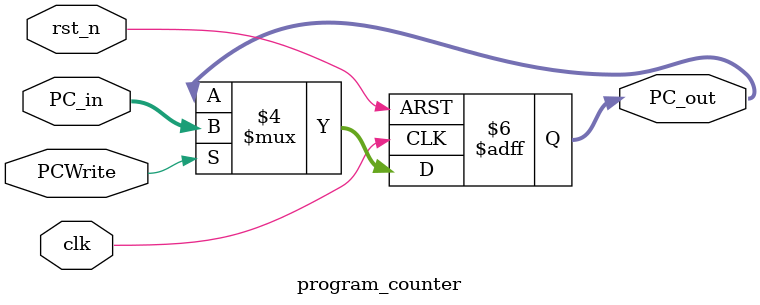
<source format=v>
module program_counter (
    input clk,
    input rst_n,
    input PCWrite,
    input [31:0] PC_in,
    output reg [31:0] PC_out
);

always @(posedge clk or negedge rst_n) begin
    if (!rst_n) begin
        PC_out <= 32'h0000000;
    end else begin
        if (PCWrite) begin
            PC_out <= PC_in;
        end else begin
            PC_out <= PC_out;
        end
    end
end
endmodule
</source>
